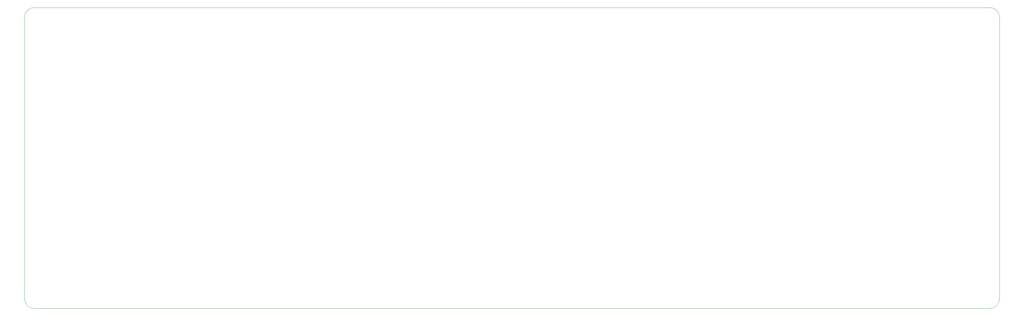
<source format=gbr>
%TF.GenerationSoftware,KiCad,Pcbnew,8.0.4*%
%TF.CreationDate,2024-09-08T22:21:23-07:00*%
%TF.ProjectId,65-wkl-pcb,36352d77-6b6c-42d7-9063-622e6b696361,rev?*%
%TF.SameCoordinates,Original*%
%TF.FileFunction,Profile,NP*%
%FSLAX46Y46*%
G04 Gerber Fmt 4.6, Leading zero omitted, Abs format (unit mm)*
G04 Created by KiCad (PCBNEW 8.0.4) date 2024-09-08 22:21:23*
%MOMM*%
%LPD*%
G01*
G04 APERTURE LIST*
%TA.AperFunction,Profile*%
%ADD10C,0.050000*%
%TD*%
G04 APERTURE END LIST*
D10*
X15875000Y-106537500D02*
X15875000Y-18875000D01*
X18875000Y-15875000D02*
X316087500Y-15875000D01*
X319087500Y-106537500D02*
G75*
G02*
X316087500Y-109537500I-3000000J0D01*
G01*
X15875000Y-18875000D02*
G75*
G02*
X18875000Y-15875000I3000000J0D01*
G01*
X316087500Y-109537500D02*
X18875000Y-109537500D01*
X18875000Y-109537500D02*
G75*
G02*
X15875000Y-106537500I0J3000000D01*
G01*
X316087500Y-15875000D02*
G75*
G02*
X319087500Y-18875000I0J-3000000D01*
G01*
X319087500Y-18875000D02*
X319087500Y-106537500D01*
M02*

</source>
